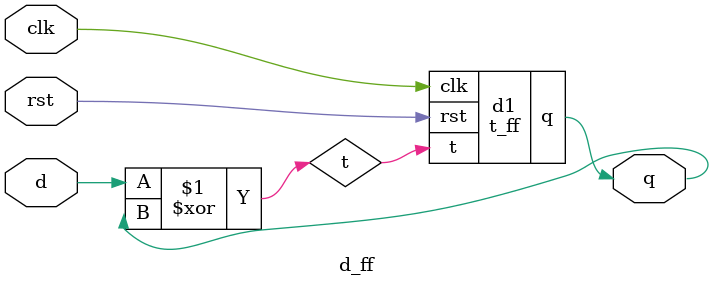
<source format=v>
module t_ff(
input t,clk,rst,
output reg q);
always @(posedge clk or posedge rst)
begin
if(rst)
q<=1'b0;
else if(t)
q<=~q;
else 
q<=q;
end
endmodule

module d_ff(
input d,clk,rst,
output q);
assign t=d^q;
t_ff d1(
.t(t),
.clk(clk),
.rst(rst),
.q(q));
endmodule



</source>
